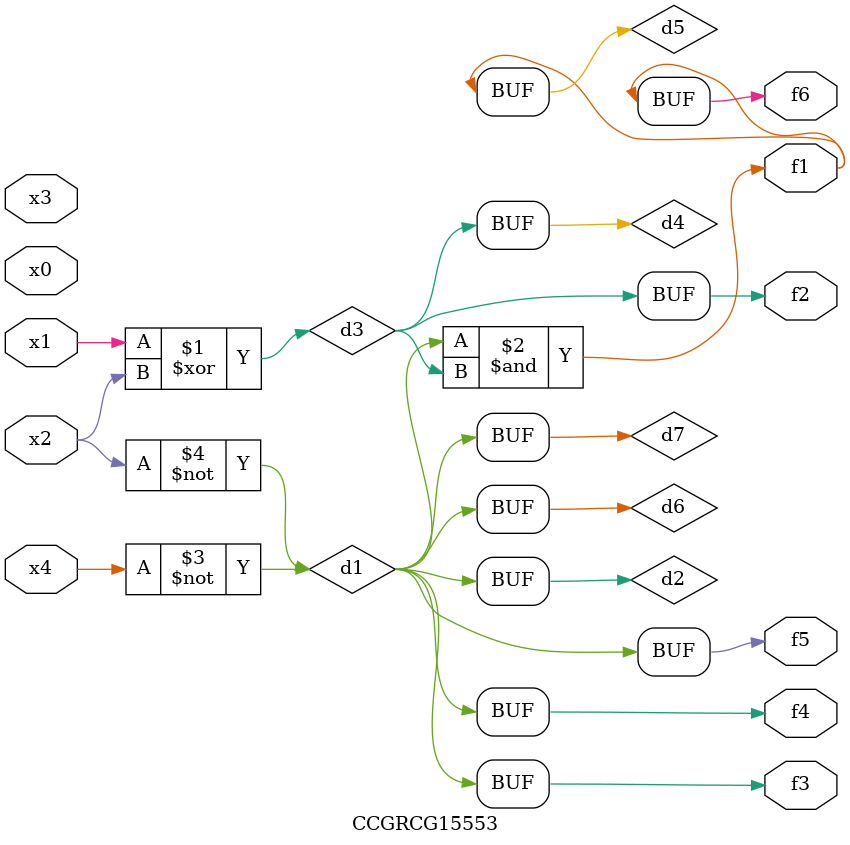
<source format=v>
module CCGRCG15553(
	input x0, x1, x2, x3, x4,
	output f1, f2, f3, f4, f5, f6
);

	wire d1, d2, d3, d4, d5, d6, d7;

	not (d1, x4);
	not (d2, x2);
	xor (d3, x1, x2);
	buf (d4, d3);
	and (d5, d1, d3);
	buf (d6, d1, d2);
	buf (d7, d2);
	assign f1 = d5;
	assign f2 = d4;
	assign f3 = d7;
	assign f4 = d7;
	assign f5 = d7;
	assign f6 = d5;
endmodule

</source>
